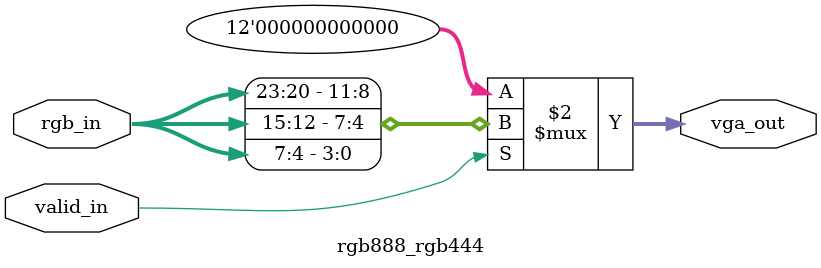
<source format=v>
`timescale 1ns / 1ps


module rgb888_rgb444(
    input valid_in,
    input [23:0] rgb_in,
    output [11:0] vga_out
    );
    assign vga_out = (valid_in == 1'b1)?{rgb_in[23:20],rgb_in[15:12],rgb_in[7:4]}:12'd0;
endmodule

</source>
